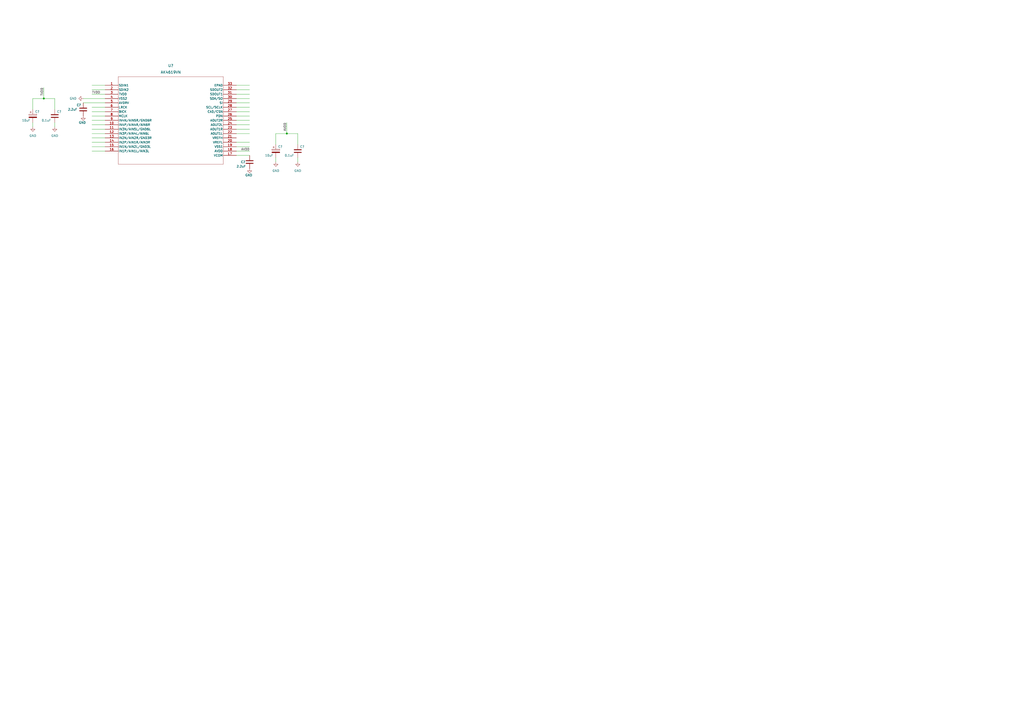
<source format=kicad_sch>
(kicad_sch (version 20211123) (generator eeschema)
  (paper "A2")
  (lib_symbols
    (symbol "2023-04-28_16-08-41:AK4619VN" (pin_names (offset 0.254))
      (property "Reference" "U" (at 38.1 10.16 0))
      (property "Value" "AK4619VN" (at 38.1 7.62 0))
      (symbol "AK4619VN_0_1"
        (polyline (pts (xy 7.62 -45.72) (xy 68.58 -45.72)) (stroke (width 0.127)))
        (polyline (pts (xy 7.62 5.08) (xy 7.62 -45.72)) (stroke (width 0.127)))
        (polyline (pts (xy 68.58 -45.72) (xy 68.58 5.08)) (stroke (width 0.127)))
        (polyline (pts (xy 68.58 5.08) (xy 7.62 5.08)) (stroke (width 0.127)))
        (pin unspecified line (at 0 0 0) (length 7.62) (name "SDIN1") (number "1"))
        (pin unspecified line (at 0 -22.86 0) (length 7.62) (name "IN4P/AIN4R/AIN6R") (number "10"))
        (pin unspecified line (at 0 -25.4 0) (length 7.62) (name "IN3N/AIN5L/GND6L") (number "11"))
        (pin unspecified line (at 0 -27.94 0) (length 7.62) (name "IN3P/AIN4L/AIN6L") (number "12"))
        (pin unspecified line (at 0 -30.48 0) (length 7.62) (name "IN2N/AIN2R/GND3R") (number "13"))
        (pin unspecified line (at 0 -33.02 0) (length 7.62) (name "IN2P/AIN1R/AIN3R") (number "14"))
        (pin unspecified line (at 0 -35.56 0) (length 7.62) (name "IN1N/AIN2L/GND3L") (number "15"))
        (pin unspecified line (at 0 -38.1 0) (length 7.62) (name "IN1P/AIN1L/AIN3L") (number "16"))
        (pin unspecified line (at 76.2 -40.64 180) (length 7.62) (name "VCOM") (number "17"))
        (pin unspecified line (at 76.2 -38.1 180) (length 7.62) (name "AVDD") (number "18"))
        (pin unspecified line (at 76.2 -35.56 180) (length 7.62) (name "VSS1") (number "19"))
        (pin unspecified line (at 0 -2.54 0) (length 7.62) (name "SDIN2") (number "2"))
        (pin unspecified line (at 76.2 -33.02 180) (length 7.62) (name "VREFL") (number "20"))
        (pin unspecified line (at 76.2 -30.48 180) (length 7.62) (name "VREFH") (number "21"))
        (pin unspecified line (at 76.2 -27.94 180) (length 7.62) (name "AOUT1L") (number "22"))
        (pin unspecified line (at 76.2 -25.4 180) (length 7.62) (name "AOUT1R") (number "23"))
        (pin unspecified line (at 76.2 -22.86 180) (length 7.62) (name "AOUT2L") (number "24"))
        (pin unspecified line (at 76.2 -20.32 180) (length 7.62) (name "AOUT2R") (number "25"))
        (pin unspecified line (at 76.2 -17.78 180) (length 7.62) (name "PDN") (number "26"))
        (pin unspecified line (at 76.2 -15.24 180) (length 7.62) (name "CAD/CSN") (number "27"))
        (pin unspecified line (at 76.2 -12.7 180) (length 7.62) (name "SCL/SCLK") (number "28"))
        (pin unspecified line (at 76.2 -10.16 180) (length 7.62) (name "SI") (number "29"))
        (pin unspecified line (at 0 -5.08 0) (length 7.62) (name "TVDD") (number "3"))
        (pin unspecified line (at 76.2 -7.62 180) (length 7.62) (name "SDA/SO") (number "30"))
        (pin unspecified line (at 76.2 -5.08 180) (length 7.62) (name "SDOUT1") (number "31"))
        (pin unspecified line (at 76.2 -2.54 180) (length 7.62) (name "SDOUT2") (number "32"))
        (pin unspecified line (at 76.2 0 180) (length 7.62) (name "EPAD") (number "33"))
        (pin unspecified line (at 0 -7.62 0) (length 7.62) (name "VSS2") (number "4"))
        (pin unspecified line (at 0 -10.16 0) (length 7.62) (name "AVDRV") (number "5"))
        (pin unspecified line (at 0 -12.7 0) (length 7.62) (name "LRCK") (number "6"))
        (pin unspecified line (at 0 -15.24 0) (length 7.62) (name "BICK") (number "7"))
        (pin unspecified line (at 0 -17.78 0) (length 7.62) (name "MCLK") (number "8"))
        (pin unspecified line (at 0 -20.32 0) (length 7.62) (name "IN4N/AIN5R/GND6R") (number "9"))
      )
    )
    (symbol "Device:C" (pin_numbers hide) (pin_names (offset 0.254))
      (property "Reference" "C" (at 0.635 2.54 0))
      (property "Value" "C" (at 0.635 -2.54 0))
      (symbol "C_0_1"
        (polyline (pts (xy -2.032 -0.762) (xy 2.032 -0.762)) (stroke (width 0.508)))
        (polyline (pts (xy -2.032 0.762) (xy 2.032 0.762)) (stroke (width 0.508)))
      )
      (symbol "C_1_1"
        (pin passive line (at 0 3.81 270) (length 2.794) (name "~") (number "1"))
        (pin passive line (at 0 -3.81 90) (length 2.794) (name "~") (number "2"))
      )
    )
    (symbol "Device:C_Polarized" (pin_numbers hide) (pin_names (offset 0.254))
      (property "Reference" "C" (at 0.635 2.54 0))
      (property "Value" "C_Polarized" (at 0.635 -2.54 0))
      (symbol "C_Polarized_0_1"
        (rectangle (start -2.286 0.508) (end 2.286 1.016))
        (polyline (pts (xy -1.778 2.286) (xy -0.762 2.286)))
        (polyline (pts (xy -1.27 2.794) (xy -1.27 1.778)))
        (rectangle (start 2.286 -0.508) (end -2.286 -1.016) (fill (type outline)))
      )
      (symbol "C_Polarized_1_1"
        (pin passive line (at 0 3.81 270) (length 2.794) (name "~") (number "1"))
        (pin passive line (at 0 -3.81 90) (length 2.794) (name "~") (number "2"))
      )
    )
    (symbol "power:GND" (power) (pin_names (offset 0))
      (property "Value" "GND" (at 0 -3.81 0))
      (symbol "GND_0_1"
        (polyline (pts (xy 0 0) (xy 0 -1.27) (xy 1.27 -1.27) (xy 0 -2.54) (xy -1.27 -1.27) (xy 0 -1.27)))
      )
      (symbol "GND_1_1"
        (pin power_in line (at 0 0 270) (length 0) hide (name "GND") (number "1"))
      )
    )
  )
  (junction (at 25.4 57.15))
  (junction (at 166.37 77.47))
  (wire (pts (xy 137.16 62.23) (xy 144.78 62.23)))
  (wire (pts (xy 48.26 59.69) (xy 60.96 59.69)))
  (wire (pts (xy 137.16 49.53) (xy 144.78 49.53)))
  (wire (pts (xy 60.96 69.85) (xy 53.34 69.85)))
  (wire (pts (xy 60.96 64.77) (xy 53.34 64.77)))
  (wire (pts (xy 137.16 85.09) (xy 144.78 85.09)))
  (wire (pts (xy 137.16 54.61) (xy 144.78 54.61)))
  (wire (pts (xy 48.26 57.15) (xy 60.96 57.15)))
  (wire (pts (xy 172.72 91.44) (xy 172.72 93.98)))
  (wire (pts (xy 172.72 83.82) (xy 172.72 77.47)))
  (wire (pts (xy 172.72 77.47) (xy 166.37 77.47)))
  (wire (pts (xy 160.02 91.44) (xy 160.02 93.98)))
  (wire (pts (xy 60.96 52.07) (xy 53.34 52.07)))
  (wire (pts (xy 137.16 87.63) (xy 144.78 87.63)))
  (wire (pts (xy 60.96 80.01) (xy 53.34 80.01)))
  (wire (pts (xy 137.16 82.55) (xy 144.78 82.55)))
  (wire (pts (xy 137.16 67.31) (xy 144.78 67.31)))
  (wire (pts (xy 137.16 90.17) (xy 144.78 90.17)))
  (wire (pts (xy 60.96 82.55) (xy 53.34 82.55)))
  (wire (pts (xy 31.75 63.5) (xy 31.75 57.15)))
  (wire (pts (xy 31.75 57.15) (xy 25.4 57.15)))
  (wire (pts (xy 25.4 57.15) (xy 19.05 57.15)))
  (wire (pts (xy 166.37 77.47) (xy 160.02 77.47)))
  (wire (pts (xy 137.16 59.69) (xy 144.78 59.69)))
  (wire (pts (xy 137.16 52.07) (xy 144.78 52.07)))
  (wire (pts (xy 137.16 57.15) (xy 144.78 57.15)))
  (wire (pts (xy 60.96 67.31) (xy 53.34 67.31)))
  (wire (pts (xy 166.37 71.12) (xy 166.37 77.47)))
  (wire (pts (xy 137.16 74.93) (xy 144.78 74.93)))
  (wire (pts (xy 137.16 69.85) (xy 144.78 69.85)))
  (wire (pts (xy 60.96 54.61) (xy 53.34 54.61)))
  (wire (pts (xy 60.96 72.39) (xy 53.34 72.39)))
  (wire (pts (xy 60.96 74.93) (xy 53.34 74.93)))
  (wire (pts (xy 60.96 77.47) (xy 53.34 77.47)))
  (wire (pts (xy 60.96 62.23) (xy 53.34 62.23)))
  (wire (pts (xy 25.4 50.8) (xy 25.4 57.15)))
  (wire (pts (xy 60.96 85.09) (xy 53.34 85.09)))
  (wire (pts (xy 137.16 64.77) (xy 144.78 64.77)))
  (wire (pts (xy 31.75 71.12) (xy 31.75 73.66)))
  (wire (pts (xy 160.02 77.47) (xy 160.02 83.82)))
  (wire (pts (xy 19.05 57.15) (xy 19.05 63.5)))
  (wire (pts (xy 19.05 71.12) (xy 19.05 73.66)))
  (wire (pts (xy 60.96 49.53) (xy 53.34 49.53)))
  (wire (pts (xy 137.16 77.47) (xy 144.78 77.47)))
  (wire (pts (xy 60.96 87.63) (xy 53.34 87.63)))
  (wire (pts (xy 137.16 72.39) (xy 144.78 72.39)))
  (label "AVDD" (at 144.78 87.63 180))
  (label "TVDD" (at 25.4 50.8 270))
  (label "AVDD" (at 166.37 71.12 270))
  (label "TVDD" (at 53.34 54.61 0))
  (symbol (lib_id "Device:C") (at 144.78 93.98 180) (unit 1)
    (property "Reference" "C?" (at 139.7 93.98 0) (effects (justify right)))
    (property "Value" "2.2uF" (at 137.16 96.52 0) (effects (justify right)))
  )
  (symbol (lib_id "Device:C") (at 172.72 87.63 180) (unit 1)
    (property "Reference" "C?" (at 173.99 85.09 0) (effects (justify right)))
    (property "Value" "0.1uF" (at 165.1 90.17 0) (effects (justify right)))
  )
  (symbol (lib_id "Device:C") (at 48.26 63.5 180) (unit 1)
    (property "Reference" "C?" (at 44.45 60.96 0) (effects (justify right)))
    (property "Value" "2.2uF" (at 39.37 63.5 0) (effects (justify right)))
  )
  (symbol (lib_id "power:GND") (at 19.05 73.66 0) (unit 1)
    (property "Reference" "#PWR?" (effects hide))
    (property "Value" "GND" (at 19.05 78.74 0))
  )
  (symbol (lib_id "power:GND") (at 48.26 67.31 0) (unit 1)
    (property "Reference" "#PWR?" (effects hide))
    (property "Value" "GND" (at 45.72 71.12 0) (effects (justify left)))
  )
  (symbol (lib_id "power:GND") (at 172.72 93.98 0) (unit 1)
    (property "Reference" "#PWR?" (effects hide))
    (property "Value" "GND" (at 172.72 99.06 0))
  )
  (symbol (lib_id "power:GND") (at 48.26 57.15 270) (unit 1)
    (property "Reference" "#PWR?" (effects hide))
    (property "Value" "GND" (at 44.45 57.1499 90) (effects (justify right)))
  )
  (symbol (lib_id "2023-04-28_16-08-41:AK4619VN") (at 60.96 49.53 0) (unit 1)
    (property "Reference" "U?" (at 99.06 38.1 0) (effects (font (size 1.524 1.524))))
    (property "Value" "AK4619VN" (at 99.06 41.91 0) (effects (font (size 1.524 1.524))))
    (property "Footprint" "AK4619VN_AKM" (effects hide))
    (property "Datasheet" "AK4619VN" (effects hide))
  )
  (symbol (lib_id "power:GND") (at 144.78 97.79 0) (unit 1)
    (property "Reference" "#PWR?" (effects hide))
    (property "Value" "GND" (at 142.24 101.6 0) (effects (justify left)))
  )
  (symbol (lib_id "power:GND") (at 31.75 73.66 0) (unit 1)
    (property "Reference" "#PWR?" (effects hide))
    (property "Value" "GND" (at 31.75 78.74 0))
  )
  (symbol (lib_id "Device:C") (at 31.75 67.31 180) (unit 1)
    (property "Reference" "C?" (at 33.02 64.77 0) (effects (justify right)))
    (property "Value" "0.1uF" (at 24.13 69.85 0) (effects (justify right)))
  )
  (symbol (lib_id "Device:C_Polarized") (at 160.02 87.63 0) (unit 1)
    (property "Reference" "C?" (at 161.29 85.09 0) (effects (justify left)))
    (property "Value" "10uF" (at 153.67 90.17 0) (effects (justify left)))
  )
  (symbol (lib_id "Device:C_Polarized") (at 19.05 67.31 0) (unit 1)
    (property "Reference" "C?" (at 20.32 64.77 0) (effects (justify left)))
    (property "Value" "10uF" (at 12.7 69.85 0) (effects (justify left)))
  )
  (symbol (lib_id "power:GND") (at 160.02 93.98 0) (unit 1)
    (property "Reference" "#PWR?" (effects hide))
    (property "Value" "GND" (at 160.02 99.06 0))
  )
)
</source>
